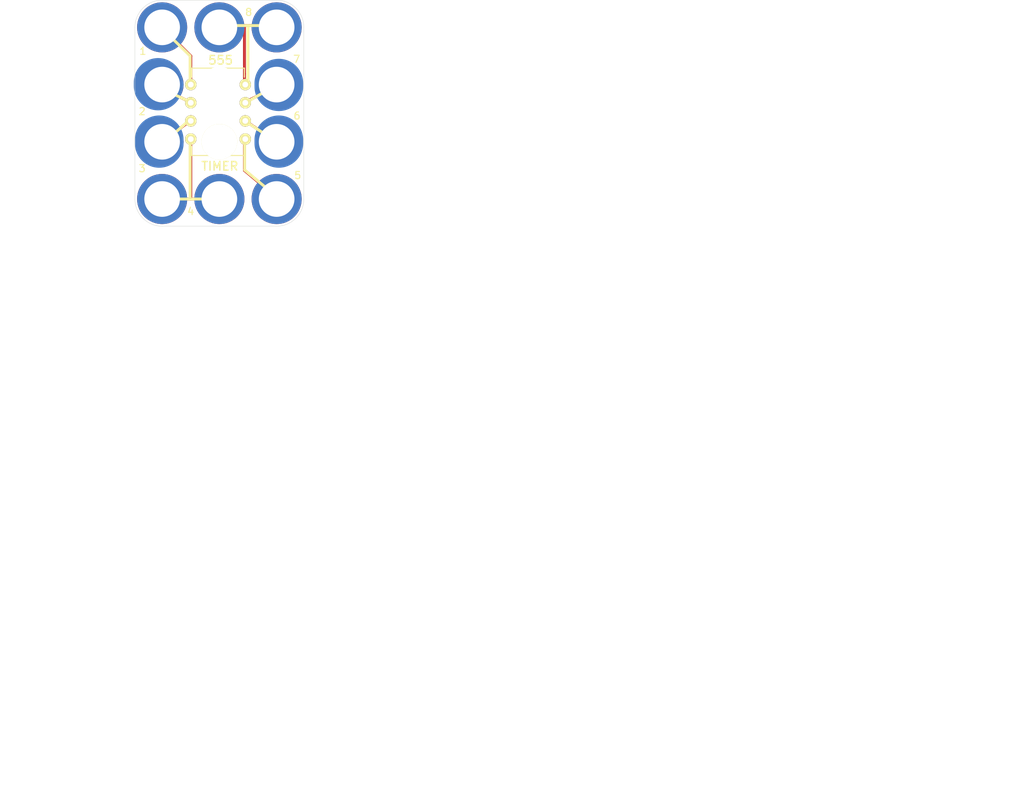
<source format=kicad_pcb>
(kicad_pcb (version 4) (host pcbnew 4.0.5-e0-6337~49~ubuntu16.04.1)

  (general
    (links 10)
    (no_connects 10)
    (area 104.572999 74.854999 178.510001 123.265001)
    (thickness 1.6)
    (drawings 2)
    (tracks 0)
    (zones 0)
    (modules 1)
    (nets 9)
  )

  (page USLetter)
  (title_block
    (title "3x4 555 Timer 8DIP Breakout Module")
    (date "20 Jan 2017")
    (rev 1.0)
    (company "All rights reserved.")
    (comment 1 help@browndoggadgets.com)
    (comment 2 http://browndoggadgets.com/)
    (comment 3 "Brown Dog Gadgets")
  )

  (layers
    (0 F.Cu signal)
    (31 B.Cu signal)
    (34 B.Paste user)
    (35 F.Paste user)
    (36 B.SilkS user)
    (37 F.SilkS user)
    (38 B.Mask user)
    (39 F.Mask user)
    (40 Dwgs.User user)
    (44 Edge.Cuts user)
    (46 B.CrtYd user)
    (47 F.CrtYd user)
    (48 B.Fab user)
    (49 F.Fab user)
  )

  (setup
    (last_trace_width 0.254)
    (user_trace_width 0.1524)
    (user_trace_width 0.254)
    (user_trace_width 0.3302)
    (user_trace_width 0.508)
    (user_trace_width 0.762)
    (user_trace_width 1.27)
    (trace_clearance 0.254)
    (zone_clearance 0.508)
    (zone_45_only no)
    (trace_min 0.1524)
    (segment_width 0.1524)
    (edge_width 0.1524)
    (via_size 0.6858)
    (via_drill 0.3302)
    (via_min_size 0.6858)
    (via_min_drill 0.3302)
    (user_via 0.6858 0.3302)
    (user_via 0.762 0.4064)
    (user_via 0.8636 0.508)
    (uvia_size 0.6858)
    (uvia_drill 0.3302)
    (uvias_allowed no)
    (uvia_min_size 0)
    (uvia_min_drill 0)
    (pcb_text_width 0.1524)
    (pcb_text_size 1.016 1.016)
    (mod_edge_width 0.1524)
    (mod_text_size 1.016 1.016)
    (mod_text_width 0.1524)
    (pad_size 1.524 1.524)
    (pad_drill 0.762)
    (pad_to_mask_clearance 0.0762)
    (solder_mask_min_width 0.1016)
    (pad_to_paste_clearance -0.0762)
    (aux_axis_origin 0 0)
    (visible_elements FFFEDF7D)
    (pcbplotparams
      (layerselection 0x310fc_80000001)
      (usegerberextensions true)
      (excludeedgelayer true)
      (linewidth 0.100000)
      (plotframeref false)
      (viasonmask false)
      (mode 1)
      (useauxorigin false)
      (hpglpennumber 1)
      (hpglpenspeed 20)
      (hpglpendiameter 15)
      (hpglpenoverlay 2)
      (psnegative false)
      (psa4output false)
      (plotreference true)
      (plotvalue true)
      (plotinvisibletext false)
      (padsonsilk false)
      (subtractmaskfromsilk false)
      (outputformat 1)
      (mirror false)
      (drillshape 0)
      (scaleselection 1)
      (outputdirectory gerbers))
  )

  (net 0 "")
  (net 1 "Net-(U1-Pad1)")
  (net 2 "Net-(U1-Pad2)")
  (net 3 "Net-(U1-Pad3)")
  (net 4 "Net-(U1-Pad4)")
  (net 5 "Net-(U1-Pad5)")
  (net 6 "Net-(U1-Pad6)")
  (net 7 "Net-(U1-Pad7)")
  (net 8 "Net-(U1-Pad8)")

  (net_class Default "This is the default net class."
    (clearance 0.254)
    (trace_width 0.254)
    (via_dia 0.6858)
    (via_drill 0.3302)
    (uvia_dia 0.6858)
    (uvia_drill 0.3302)
    (add_net "Net-(U1-Pad1)")
    (add_net "Net-(U1-Pad2)")
    (add_net "Net-(U1-Pad3)")
    (add_net "Net-(U1-Pad4)")
    (add_net "Net-(U1-Pad5)")
    (add_net "Net-(U1-Pad6)")
    (add_net "Net-(U1-Pad7)")
    (add_net "Net-(U1-Pad8)")
  )

  (module Crazy_Circuits:DIP8-3x4 (layer F.Cu) (tedit 5882F126) (tstamp 5882F9FA)
    (at 22.78072 74.15276)
    (descr "8-lead dip package, row spacing 7.62 mm (300 mils)")
    (tags "dil dip 2.54 300")
    (path /5882F33F)
    (fp_text reference U1 (at 8.25 -12) (layer F.Fab)
      (effects (font (size 1 1) (thickness 0.15)))
    )
    (fp_text value 555TIMER (at 0 -4) (layer B.SilkS) hide
      (effects (font (size 1 1) (thickness 0.15)) (justify mirror))
    )
    (fp_arc (start 8.255 -18.415) (end 9.525 -18.415) (angle 180) (layer F.Fab) (width 0.1))
    (fp_line (start 12.065 -18.415) (end 3.81 -18.415) (layer F.Fab) (width 0.1))
    (fp_line (start 12.065 -5.715) (end 12.065 -18.415) (layer F.Fab) (width 0.1))
    (fp_line (start 3.81 -5.715) (end 12.065 -5.715) (layer F.Fab) (width 0.1))
    (fp_line (start 3.81 -18.415) (end 3.81 -5.715) (layer F.Fab) (width 0.1))
    (fp_line (start 11.9888 -16.0528) (end 11.9888 -24.2316) (layer F.SilkS) (width 0.4))
    (fp_line (start 11.8364 -13.5636) (end 15.0368 -15.3924) (layer F.SilkS) (width 0.4))
    (fp_line (start 11.5824 -10.922) (end 14.3256 -9.0932) (layer F.SilkS) (width 0.4))
    (fp_line (start 11.5316 -4.064) (end 15.1892 -1.016) (layer F.SilkS) (width 0.4))
    (fp_line (start 11.5316 -8.2804) (end 11.5316 -4.064) (layer F.SilkS) (width 0.4))
    (fp_line (start 3.9116 -8.3312) (end 3.9116 -0.1016) (layer F.SilkS) (width 0.4))
    (fp_line (start 3.9116 -11.1252) (end 1.7272 -9.1948) (layer F.SilkS) (width 0.4))
    (fp_line (start 3.9116 -13.5636) (end 0.9144 -14.986) (layer F.SilkS) (width 0.4))
    (fp_line (start 3.9116 -19.9644) (end 3.9116 -15.8496) (layer F.SilkS) (width 0.4))
    (fp_line (start 0 -23.8252) (end 3.9116 -20.0152) (layer F.SilkS) (width 0.4))
    (fp_text user 555 (at 8.1768 -19.41068) (layer F.SilkS)
      (effects (font (size 1.2 1.2) (thickness 0.2)))
    )
    (fp_line (start 16.3068 -16.2052) (end 16.3068 -15.6972) (layer B.Cu) (width 6.8))
    (fp_line (start 0 0) (end 8 0) (layer F.Cu) (width 0.4064))
    (fp_text user 1 (at -2.6924 -20.6756) (layer F.SilkS)
      (effects (font (size 1 1) (thickness 0.15)))
    )
    (fp_line (start 4 -11) (end 0 -8) (layer F.Cu) (width 0.4064))
    (fp_line (start 0 -15.5) (end 4 -13.5) (layer F.Cu) (width 0.4064))
    (fp_line (start 4 -20) (end 0 -24) (layer F.Cu) (width 0.4064))
    (fp_line (start 4 -16) (end 4 -20) (layer F.Cu) (width 0.4064))
    (fp_line (start 8 -24.25) (end 16 -24.25) (layer F.Cu) (width 0.4064))
    (fp_line (start 11.5 -17.5) (end 11.5 -24.25) (layer F.Cu) (width 0.4064))
    (fp_line (start 11.5 -13.5) (end 16 -15.75) (layer F.Cu) (width 0.4064))
    (fp_line (start 11.5 -11) (end 16 -8) (layer F.Cu) (width 0.4064))
    (fp_line (start 11.5 -4) (end 16.25 0) (layer F.Cu) (width 0.4064))
    (fp_line (start 11.5 -8.5) (end 11.5 -4) (layer F.Cu) (width 0.4064))
    (fp_line (start 0 0) (end 8.25 0) (layer F.SilkS) (width 0.4064))
    (fp_line (start 4 -8.25) (end 4 0) (layer F.Cu) (width 0.4064))
    (fp_line (start 11.5 -17.5) (end 11.5 -16) (layer F.Cu) (width 0.4064))
    (fp_text user %R (at 8 -16 90) (layer F.Fab) hide
      (effects (font (size 1 1) (thickness 0.15)))
    )
    (fp_line (start 0 3.8) (end 16 3.8) (layer Edge.Cuts) (width 0.05))
    (fp_line (start -3.8 -24) (end -3.8 0) (layer Edge.Cuts) (width 0.05))
    (fp_line (start 19.8 -24) (end 19.8 0) (layer Edge.Cuts) (width 0.05))
    (fp_line (start 0 -27.8) (end 16 -27.8) (layer Edge.Cuts) (width 0.05))
    (fp_arc (start 0 -24) (end -3.8 -24) (angle 90) (layer Edge.Cuts) (width 0.05))
    (fp_arc (start 0 0) (end 0 3.8) (angle 90) (layer Edge.Cuts) (width 0.05))
    (fp_arc (start 16 0) (end 19.8 0) (angle 90) (layer Edge.Cuts) (width 0.05))
    (fp_arc (start 16 -24) (end 16 -27.8) (angle 90) (layer Edge.Cuts) (width 0.05))
    (fp_line (start 0 3.8) (end 16 3.8) (layer F.Fab) (width 0.05))
    (fp_line (start -3.8 -24) (end -3.8 0) (layer F.Fab) (width 0.05))
    (fp_line (start 19.8 -24) (end 19.8 0) (layer F.Fab) (width 0.05))
    (fp_line (start 0 -27.8) (end 16 -27.8) (layer F.Fab) (width 0.05))
    (fp_arc (start 0 -24) (end -3.8 -24) (angle 90) (layer F.Fab) (width 0.05))
    (fp_arc (start 0 0) (end 0 3.8) (angle 90) (layer F.Fab) (width 0.05))
    (fp_arc (start 16 0) (end 19.8 0) (angle 90) (layer F.Fab) (width 0.05))
    (fp_arc (start 16 -24) (end 16 -27.8) (angle 90) (layer F.Fab) (width 0.05))
    (fp_line (start 4.135 -18.295) (end 4.135 -17.025) (layer F.SilkS) (width 0.15))
    (fp_line (start 11.485 -18.295) (end 11.485 -17.025) (layer F.SilkS) (width 0.15))
    (fp_line (start 11.485 -6.085) (end 11.485 -7.355) (layer F.SilkS) (width 0.15))
    (fp_line (start 4.135 -6.085) (end 4.135 -7.355) (layer F.SilkS) (width 0.15))
    (fp_line (start 4.135 -18.295) (end 11.485 -18.295) (layer F.SilkS) (width 0.15))
    (fp_line (start 4.135 -6.085) (end 11.485 -6.085) (layer F.SilkS) (width 0.15))
    (fp_text user 8 (at 12.0904 -26.1112) (layer F.SilkS)
      (effects (font (size 1 1) (thickness 0.15)))
    )
    (fp_text user 7 (at 18.796 -19.558) (layer F.SilkS)
      (effects (font (size 1 1) (thickness 0.15)))
    )
    (fp_text user 6 (at 18.8468 -11.6332) (layer F.SilkS)
      (effects (font (size 1 1) (thickness 0.15)))
    )
    (fp_text user 5 (at 18.9484 -3.302) (layer F.SilkS)
      (effects (font (size 1 1) (thickness 0.15)))
    )
    (fp_text user 4 (at 4 1.7272) (layer F.SilkS)
      (effects (font (size 1 1) (thickness 0.15)))
    )
    (fp_line (start 8 -24.25) (end 16.25 -24.25) (layer F.SilkS) (width 0.4064))
    (fp_text user 2 (at -2.794 -12.2428) (layer F.SilkS)
      (effects (font (size 1 1) (thickness 0.15)))
    )
    (fp_text user 3 (at -2.794 -4.2672) (layer F.SilkS)
      (effects (font (size 1 1) (thickness 0.15)))
    )
    (fp_line (start 16.3068 -16.2052) (end 16.3068 -15.6972) (layer B.Mask) (width 6.8))
    (fp_line (start 16.3068 -8.2804) (end 16.3068 -7.7724) (layer B.Cu) (width 6.8))
    (fp_line (start 16.3068 -8.2804) (end 16.3068 -7.7724) (layer B.Mask) (width 6.8))
    (fp_line (start -0.4064 -8.2804) (end -0.4064 -7.7724) (layer B.Cu) (width 6.8))
    (fp_line (start -0.4064 -8.2804) (end -0.4064 -7.7724) (layer B.Mask) (width 6.8))
    (fp_line (start -0.5588 -16.3068) (end -0.5588 -15.7988) (layer B.Cu) (width 6.8))
    (fp_line (start -0.5588 -16.3068) (end -0.5588 -15.7988) (layer B.Mask) (width 6.8))
    (pad 1 thru_hole oval (at 4 -16) (size 1.6 1.6) (drill 0.8) (layers *.Cu *.Mask F.SilkS)
      (net 1 "Net-(U1-Pad1)"))
    (pad 2 thru_hole oval (at 4 -13.46) (size 1.6 1.6) (drill 0.8) (layers *.Cu *.Mask F.SilkS)
      (net 2 "Net-(U1-Pad2)"))
    (pad 3 thru_hole oval (at 4 -10.92) (size 1.6 1.6) (drill 0.8) (layers *.Cu *.Mask F.SilkS)
      (net 3 "Net-(U1-Pad3)"))
    (pad 4 thru_hole oval (at 4 -8.38) (size 1.6 1.6) (drill 0.8) (layers *.Cu *.Mask F.SilkS)
      (net 4 "Net-(U1-Pad4)"))
    (pad 5 thru_hole oval (at 11.62 -8.38) (size 1.6 1.6) (drill 0.8) (layers *.Cu *.Mask F.SilkS)
      (net 5 "Net-(U1-Pad5)"))
    (pad 6 thru_hole oval (at 11.62 -10.92) (size 1.6 1.6) (drill 0.8) (layers *.Cu *.Mask F.SilkS)
      (net 6 "Net-(U1-Pad6)"))
    (pad 7 thru_hole oval (at 11.62 -13.46) (size 1.6 1.6) (drill 0.8) (layers *.Cu *.Mask F.SilkS)
      (net 7 "Net-(U1-Pad7)"))
    (pad 8 thru_hole oval (at 11.62 -16) (size 1.6 1.6) (drill 0.8) (layers *.Cu *.Mask F.SilkS)
      (net 8 "Net-(U1-Pad8)"))
    (pad 4 thru_hole circle (at 0 0 270) (size 7 7) (drill 4.98) (layers *.Cu *.Mask)
      (net 4 "Net-(U1-Pad4)"))
    (pad "" np_thru_hole circle (at 8 -16 270) (size 4.98 4.98) (drill 4.98) (layers *.Cu *.Mask))
    (pad 2 thru_hole circle (at 0 -16 270) (size 6 6) (drill 4.98) (layers *.Cu *.Mask)
      (net 2 "Net-(U1-Pad2)"))
    (pad 3 thru_hole circle (at 0 -8 270) (size 6 6) (drill 4.98) (layers *.Cu *.Mask)
      (net 3 "Net-(U1-Pad3)"))
    (pad "" np_thru_hole circle (at 8 -8 270) (size 4.98 4.98) (drill 4.98) (layers *.Cu *.Mask F.SilkS))
    (pad 4 thru_hole circle (at 8 0 270) (size 7 7) (drill 4.98) (layers *.Cu *.Mask)
      (net 4 "Net-(U1-Pad4)"))
    (pad 1 thru_hole circle (at 0 -24 270) (size 7 7) (drill 4.98) (layers *.Cu *.Mask)
      (net 1 "Net-(U1-Pad1)"))
    (pad 7 thru_hole circle (at 16 -16 270) (size 6 6) (drill 4.98) (layers *.Cu *.Mask)
      (net 7 "Net-(U1-Pad7)"))
    (pad 5 thru_hole circle (at 16 0 270) (size 7 7) (drill 4.98) (layers *.Cu *.Mask)
      (net 5 "Net-(U1-Pad5)"))
    (pad 6 thru_hole circle (at 16 -8 270) (size 6 6) (drill 4.98) (layers *.Cu *.Mask)
      (net 6 "Net-(U1-Pad6)"))
    (pad 8 thru_hole circle (at 16 -24 270) (size 7 7) (drill 4.98) (layers *.Cu *.Mask)
      (net 8 "Net-(U1-Pad8)"))
    (pad 8 thru_hole circle (at 8 -24 270) (size 7 7) (drill 4.98) (layers *.Cu *.Mask)
      (net 8 "Net-(U1-Pad8)"))
    (model Housings_DIP.3dshapes/DIP-8_W7.62mm.wrl
      (at (xyz 0 0 0))
      (scale (xyz 1 1 1))
      (rotate (xyz 0 0 0))
    )
  )

  (gr_text "FABRICATION NOTES\n\n1. THIS IS A 2 LAYER BOARD. \n2. EXTERNAL LAYERS SHALL HAVE 1 OZ COPPER.\n3. MATERIAL: FR4 AND 0.062 INCH +/- 10% THICK.\n4. BOARDS SHALL BE ROHS COMPLIANT. \n5. MANUFACTURE IN ACCORDANCE WITH IPC-6012 CLASS 2\n6. MASK: BOTH SIDES OF THE BOARD SHALL HAVE \n   SOLDER MASK (GREEN) OVER BARE COPPER. \n7. SILK: BOTH SIDES OF THE BOARD SHALL HAVE WHITE SILK. \n   DO NOT PLACE SILK OVER BARE COPPER.\n8. FINISH: ENIG.\n9. MINIMUM TRACE WIDTH - 0.006 INCH.\n   MINIMUM SPACE - 0.006 INCH.\n   MINIMUM HOLE DIA - 0.013 INCH. \n10. MAX HOLE PLACEMENT TOLERANCE OF +/- 0.003 INCH.\n11. MAX HOLE DIAMETER TOLERANCE OF +/- 0.003 INCH AFTER PLATING." (at 0.127 124.4854) (layer Dwgs.User)
    (effects (font (size 2.54 2.54) (thickness 0.254)) (justify left))
  )
  (gr_text TIMER (at 30.84068 69.56044) (layer F.SilkS)
    (effects (font (size 1.2 1.2) (thickness 0.2)))
  )

)

</source>
